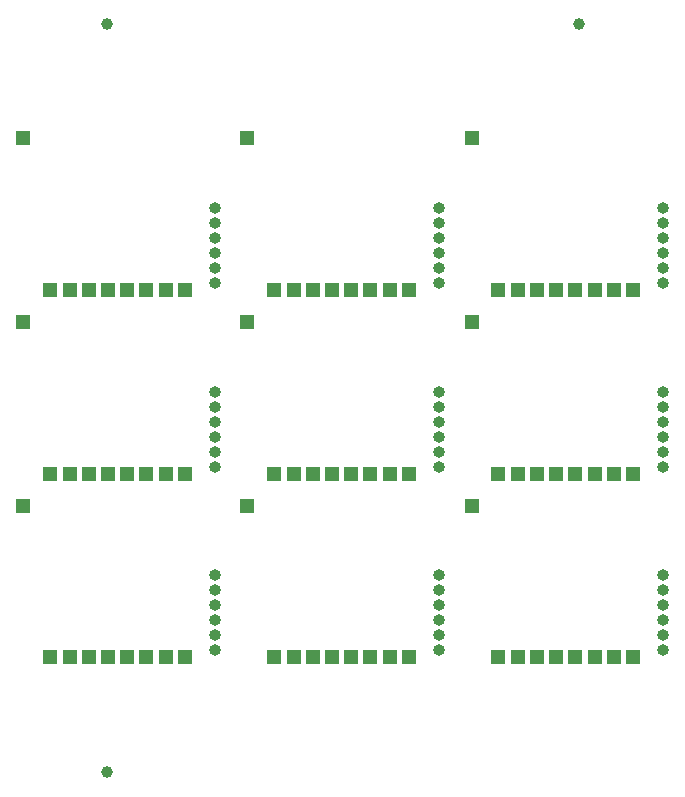
<source format=gbs>
G04 #@! TF.GenerationSoftware,KiCad,Pcbnew,7.0.2-6a45011f42~172~ubuntu22.04.1*
G04 #@! TF.CreationDate,2023-06-12T10:28:05+08:00*
G04 #@! TF.ProjectId,panel_3_3,70616e65-6c5f-4335-9f33-2e6b69636164,rev?*
G04 #@! TF.SameCoordinates,Original*
G04 #@! TF.FileFunction,Soldermask,Bot*
G04 #@! TF.FilePolarity,Negative*
%FSLAX46Y46*%
G04 Gerber Fmt 4.6, Leading zero omitted, Abs format (unit mm)*
G04 Created by KiCad (PCBNEW 7.0.2-6a45011f42~172~ubuntu22.04.1) date 2023-06-12 10:28:05*
%MOMM*%
%LPD*%
G01*
G04 APERTURE LIST*
%ADD10R,1.200000X1.200000*%
%ADD11O,1.000000X1.000000*%
%ADD12C,1.000000*%
G04 APERTURE END LIST*
D10*
G04 #@! TO.C,J7*
X29202500Y-56930000D03*
G04 #@! TD*
G04 #@! TO.C,J9*
X51427500Y-56930000D03*
G04 #@! TD*
G04 #@! TO.C,J3*
X35712500Y-56930000D03*
G04 #@! TD*
G04 #@! TO.C,J6*
X30835000Y-41370000D03*
G04 #@! TD*
G04 #@! TO.C,J4*
X56310000Y-25810000D03*
G04 #@! TD*
G04 #@! TO.C,J3*
X54682500Y-41370000D03*
G04 #@! TD*
G04 #@! TO.C,J3*
X35712500Y-25810000D03*
G04 #@! TD*
G04 #@! TO.C,J10*
X21625000Y-56930000D03*
G04 #@! TD*
G04 #@! TO.C,J3*
X54682500Y-56930000D03*
G04 #@! TD*
G04 #@! TO.C,J4*
X56310000Y-41370000D03*
G04 #@! TD*
G04 #@! TO.C,J2*
X34085000Y-56930000D03*
G04 #@! TD*
G04 #@! TO.C,J9*
X32457500Y-56930000D03*
G04 #@! TD*
G04 #@! TO.C,J4*
X37340000Y-25810000D03*
G04 #@! TD*
G04 #@! TO.C,J6*
X11865000Y-56930000D03*
G04 #@! TD*
G04 #@! TO.C,J9*
X13487500Y-56930000D03*
G04 #@! TD*
G04 #@! TO.C,J9*
X51427500Y-41370000D03*
G04 #@! TD*
G04 #@! TO.C,J10*
X59565000Y-41370000D03*
G04 #@! TD*
G04 #@! TO.C,J2*
X53055000Y-41370000D03*
G04 #@! TD*
G04 #@! TO.C,J2*
X15115000Y-56930000D03*
G04 #@! TD*
G04 #@! TO.C,J2*
X15115000Y-41370000D03*
G04 #@! TD*
G04 #@! TO.C,J7*
X29202500Y-25810000D03*
G04 #@! TD*
G04 #@! TO.C,J5*
X38967500Y-41370000D03*
G04 #@! TD*
G04 #@! TO.C,J2*
X53055000Y-25810000D03*
G04 #@! TD*
G04 #@! TO.C,J9*
X13487500Y-25810000D03*
G04 #@! TD*
G04 #@! TO.C,J10*
X21625000Y-41370000D03*
G04 #@! TD*
G04 #@! TO.C,J10*
X40595000Y-25810000D03*
G04 #@! TD*
G04 #@! TO.C,J3*
X35712500Y-41370000D03*
G04 #@! TD*
G04 #@! TO.C,J2*
X34085000Y-25810000D03*
G04 #@! TD*
G04 #@! TO.C,J4*
X18370000Y-25810000D03*
G04 #@! TD*
G04 #@! TO.C,J4*
X56310000Y-56930000D03*
G04 #@! TD*
G04 #@! TO.C,J7*
X48172500Y-25810000D03*
G04 #@! TD*
G04 #@! TO.C,J3*
X54682500Y-25810000D03*
G04 #@! TD*
G04 #@! TO.C,J3*
X16742500Y-56930000D03*
G04 #@! TD*
G04 #@! TO.C,J9*
X13487500Y-41370000D03*
G04 #@! TD*
G04 #@! TO.C,J5*
X57937500Y-56930000D03*
G04 #@! TD*
G04 #@! TO.C,J5*
X38967500Y-25810000D03*
G04 #@! TD*
G04 #@! TO.C,J5*
X38967500Y-56930000D03*
G04 #@! TD*
G04 #@! TO.C,J1*
X26925000Y-28540000D03*
G04 #@! TD*
G04 #@! TO.C,J4*
X18370000Y-56930000D03*
G04 #@! TD*
G04 #@! TO.C,J9*
X51427500Y-25810000D03*
G04 #@! TD*
D11*
G04 #@! TO.C,J8*
X62129248Y-18878121D03*
X62129248Y-20148121D03*
X62129248Y-21418121D03*
X62129248Y-22688121D03*
X62129248Y-23958121D03*
X62129248Y-25228121D03*
G04 #@! TD*
D10*
G04 #@! TO.C,J7*
X10232500Y-56930000D03*
G04 #@! TD*
G04 #@! TO.C,J7*
X29202500Y-41370000D03*
G04 #@! TD*
G04 #@! TO.C,J5*
X19997500Y-56930000D03*
G04 #@! TD*
G04 #@! TO.C,J1*
X45895000Y-28540000D03*
G04 #@! TD*
G04 #@! TO.C,J7*
X10232500Y-25810000D03*
G04 #@! TD*
G04 #@! TO.C,J6*
X30835000Y-25810000D03*
G04 #@! TD*
G04 #@! TO.C,J1*
X7955000Y-44100000D03*
G04 #@! TD*
G04 #@! TO.C,J5*
X19997500Y-25810000D03*
G04 #@! TD*
G04 #@! TO.C,J5*
X19997500Y-41370000D03*
G04 #@! TD*
G04 #@! TO.C,J9*
X32457500Y-25810000D03*
G04 #@! TD*
D11*
G04 #@! TO.C,J8*
X43159248Y-49998121D03*
X43159248Y-51268121D03*
X43159248Y-52538121D03*
X43159248Y-53808121D03*
X43159248Y-55078121D03*
X43159248Y-56348121D03*
G04 #@! TD*
G04 #@! TO.C,J8*
X24189248Y-18878121D03*
X24189248Y-20148121D03*
X24189248Y-21418121D03*
X24189248Y-22688121D03*
X24189248Y-23958121D03*
X24189248Y-25228121D03*
G04 #@! TD*
D10*
G04 #@! TO.C,J9*
X32457500Y-41370000D03*
G04 #@! TD*
G04 #@! TO.C,J10*
X40595000Y-41370000D03*
G04 #@! TD*
G04 #@! TO.C,J10*
X59565000Y-56930000D03*
G04 #@! TD*
G04 #@! TO.C,J2*
X15115000Y-25810000D03*
G04 #@! TD*
G04 #@! TO.C,J6*
X11865000Y-25810000D03*
G04 #@! TD*
G04 #@! TO.C,J6*
X49805000Y-25810000D03*
G04 #@! TD*
D11*
G04 #@! TO.C,J8*
X62129248Y-49998121D03*
X62129248Y-51268121D03*
X62129248Y-52538121D03*
X62129248Y-53808121D03*
X62129248Y-55078121D03*
X62129248Y-56348121D03*
G04 #@! TD*
G04 #@! TO.C,J8*
X43159248Y-18878121D03*
X43159248Y-20148121D03*
X43159248Y-21418121D03*
X43159248Y-22688121D03*
X43159248Y-23958121D03*
X43159248Y-25228121D03*
G04 #@! TD*
G04 #@! TO.C,J8*
X24189248Y-49998121D03*
X24189248Y-51268121D03*
X24189248Y-52538121D03*
X24189248Y-53808121D03*
X24189248Y-55078121D03*
X24189248Y-56348121D03*
G04 #@! TD*
D10*
G04 #@! TO.C,J10*
X21625000Y-25810000D03*
G04 #@! TD*
G04 #@! TO.C,J5*
X57937500Y-41370000D03*
G04 #@! TD*
G04 #@! TO.C,J6*
X30835000Y-56930000D03*
G04 #@! TD*
G04 #@! TO.C,J1*
X45895000Y-44100000D03*
G04 #@! TD*
G04 #@! TO.C,J5*
X57937500Y-25810000D03*
G04 #@! TD*
G04 #@! TO.C,J4*
X18370000Y-41370000D03*
G04 #@! TD*
G04 #@! TO.C,J6*
X49805000Y-41370000D03*
G04 #@! TD*
G04 #@! TO.C,J2*
X53055000Y-56930000D03*
G04 #@! TD*
G04 #@! TO.C,J1*
X7955000Y-12980000D03*
G04 #@! TD*
G04 #@! TO.C,J10*
X40595000Y-56930000D03*
G04 #@! TD*
D11*
G04 #@! TO.C,J8*
X24189248Y-34438121D03*
X24189248Y-35708121D03*
X24189248Y-36978121D03*
X24189248Y-38248121D03*
X24189248Y-39518121D03*
X24189248Y-40788121D03*
G04 #@! TD*
G04 #@! TO.C,J8*
X62129248Y-34438121D03*
X62129248Y-35708121D03*
X62129248Y-36978121D03*
X62129248Y-38248121D03*
X62129248Y-39518121D03*
X62129248Y-40788121D03*
G04 #@! TD*
D10*
G04 #@! TO.C,J1*
X26925000Y-44100000D03*
G04 #@! TD*
G04 #@! TO.C,J3*
X16742500Y-25810000D03*
G04 #@! TD*
G04 #@! TO.C,J10*
X59565000Y-25810000D03*
G04 #@! TD*
G04 #@! TO.C,J7*
X48172500Y-56930000D03*
G04 #@! TD*
G04 #@! TO.C,J6*
X49805000Y-56930000D03*
G04 #@! TD*
G04 #@! TO.C,J7*
X10232500Y-41370000D03*
G04 #@! TD*
G04 #@! TO.C,J4*
X37340000Y-41370000D03*
G04 #@! TD*
G04 #@! TO.C,J6*
X11865000Y-41370000D03*
G04 #@! TD*
G04 #@! TO.C,J3*
X16742500Y-41370000D03*
G04 #@! TD*
G04 #@! TO.C,J1*
X7955000Y-28540000D03*
G04 #@! TD*
G04 #@! TO.C,J2*
X34085000Y-41370000D03*
G04 #@! TD*
G04 #@! TO.C,J7*
X48172500Y-41370000D03*
G04 #@! TD*
G04 #@! TO.C,J1*
X45895000Y-12980000D03*
G04 #@! TD*
D11*
G04 #@! TO.C,J8*
X43159248Y-34438121D03*
X43159248Y-35708121D03*
X43159248Y-36978121D03*
X43159248Y-38248121D03*
X43159248Y-39518121D03*
X43159248Y-40788121D03*
G04 #@! TD*
D10*
G04 #@! TO.C,J1*
X26925000Y-12980000D03*
G04 #@! TD*
G04 #@! TO.C,J4*
X37340000Y-56930000D03*
G04 #@! TD*
D12*
G04 #@! TO.C,REF\u002A\u002A*
X15000000Y-3350000D03*
G04 #@! TD*
G04 #@! TO.C,REF\u002A\u002A*
X55000000Y-3350000D03*
G04 #@! TD*
G04 #@! TO.C,REF\u002A\u002A*
X15000000Y-66650000D03*
G04 #@! TD*
M02*

</source>
